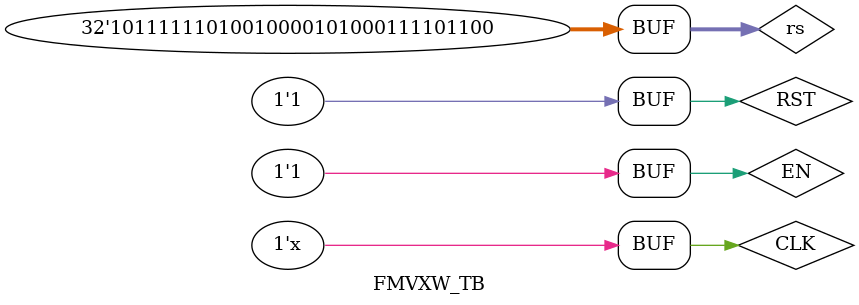
<source format=v>
module FMVXW 
            ( input [31:0] rs,
  
input  wire                       CLK ,
input  wire                       RST ,
input  wire                       EN ,


 
                         output reg  [63:0] OUT_FMV_X_W 
                         );
 
 
 //sequential always
always @ (posedge CLK or negedge RST)
 begin 
   if (!RST)
     begin
      OUT_FMV_X_W  <= 'b0 ;
	 end
   else
     begin   
      
      //always @(*)
//begin
if (EN)
    begin
     
 OUT_FMV_X_W = rs[31:0];
  
     end
   end
 end
  
endmodule



module FMVXW_TB ();
  reg  [31:0] rs;
  
  wire [63:0] OUT_FMV_X_W;
  wire Flag_FMV_X_W ;
  reg                       CLK ;
  reg                       RST ;
  reg                       EN ;
  
  FMVXW FM (.CLK(CLK),.RST(RST),.EN(EN),.rs(rs),.Flag_FMV_X_W(Flag_FMV_X_W),.OUT_FMV_X_W(OUT_FMV_X_W));


initial  
begin
   $dumpfile("FMVXW.vcd");
   $dumpvars ;
   
$display("\t\t  Time rs  OUT_FMV_X_W ");
 $monitor("%d %b %b  ", $time , rs, OUT_FMV_X_W); 
  //initial values
CLK = 1'b0;
RST = 1'b1;
EN = 1'b1 ;
  
rs = 32'b11000001011010010110000001000010;  // -14.586 

#20
rs = 32'b11000010110011001011101101001010;  // -102.3658

#20
rs = 32'b01000010001111010000011000100101;  // 47.256

#20
rs = 32'b10111111010010000101000111101100;  // -.7825


end
always #20 CLK = ~CLK;
endmodule


</source>
